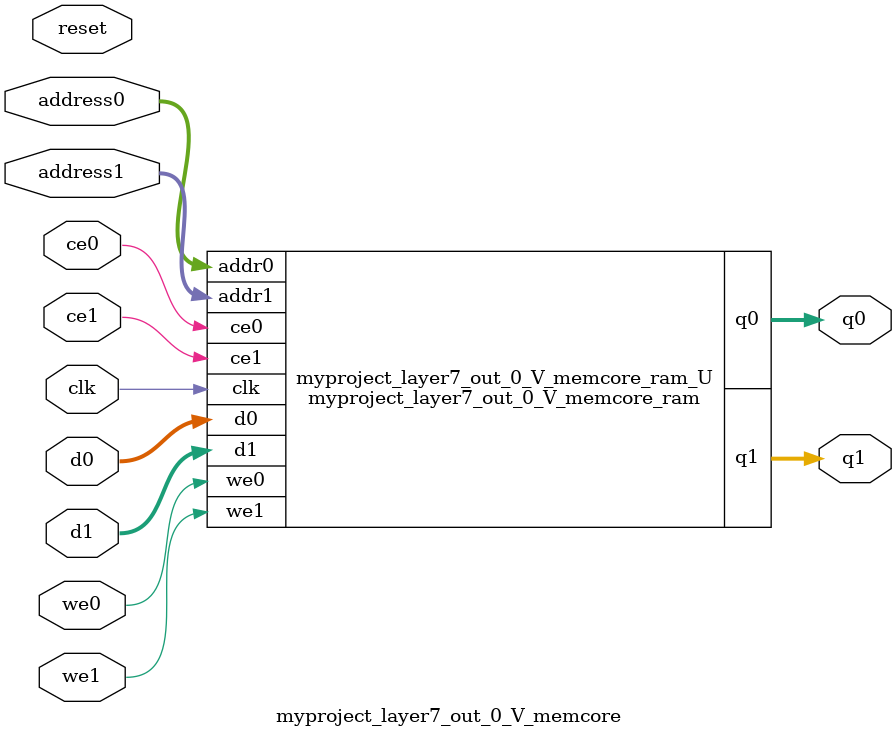
<source format=v>

`timescale 1 ns / 1 ps
module myproject_layer7_out_0_V_memcore_ram (addr0, ce0, d0, we0, q0, addr1, ce1, d1, we1, q1,  clk);

parameter DWIDTH = 15;
parameter AWIDTH = 5;
parameter MEM_SIZE = 32;

input[AWIDTH-1:0] addr0;
input ce0;
input[DWIDTH-1:0] d0;
input we0;
output reg[DWIDTH-1:0] q0;
input[AWIDTH-1:0] addr1;
input ce1;
input[DWIDTH-1:0] d1;
input we1;
output reg[DWIDTH-1:0] q1;
input clk;

(* ram_style = "distributed" *)reg [DWIDTH-1:0] ram[0:MEM_SIZE-1];




always @(posedge clk)  
begin 
    if (ce0) 
    begin
        if (we0) 
        begin 
            ram[addr0] <= d0; 
            q0 <= d0;
        end 
        else 
            q0 <= ram[addr0];
    end
end


always @(posedge clk)  
begin 
    if (ce1) 
    begin
        if (we1) 
        begin 
            ram[addr1] <= d1; 
            q1 <= d1;
        end 
        else 
            q1 <= ram[addr1];
    end
end


endmodule


`timescale 1 ns / 1 ps
module myproject_layer7_out_0_V_memcore(
    reset,
    clk,
    address0,
    ce0,
    we0,
    d0,
    q0,
    address1,
    ce1,
    we1,
    d1,
    q1);

parameter DataWidth = 32'd15;
parameter AddressRange = 32'd32;
parameter AddressWidth = 32'd5;
input reset;
input clk;
input[AddressWidth - 1:0] address0;
input ce0;
input we0;
input[DataWidth - 1:0] d0;
output[DataWidth - 1:0] q0;
input[AddressWidth - 1:0] address1;
input ce1;
input we1;
input[DataWidth - 1:0] d1;
output[DataWidth - 1:0] q1;



myproject_layer7_out_0_V_memcore_ram myproject_layer7_out_0_V_memcore_ram_U(
    .clk( clk ),
    .addr0( address0 ),
    .ce0( ce0 ),
    .we0( we0 ),
    .d0( d0 ),
    .q0( q0 ),
    .addr1( address1 ),
    .ce1( ce1 ),
    .we1( we1 ),
    .d1( d1 ),
    .q1( q1 ));

endmodule


</source>
